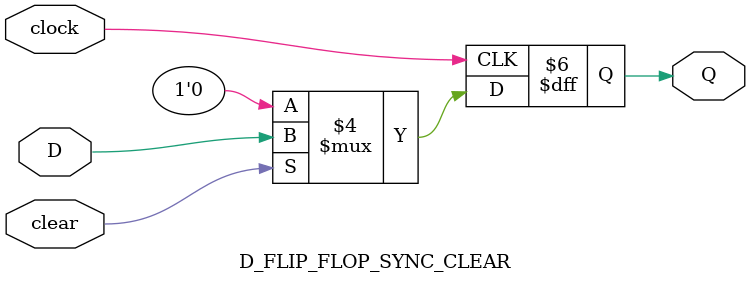
<source format=v>
module D_FLIP_FLOP_SYNC_CLEAR (D, Q, clock, clear);
    input D, clock, clear;
    output reg Q;

    always @ (posedge clock)
    begin
        if (!clear) Q <= 1'b0;
        else Q <= D;
    end
endmodule


</source>
